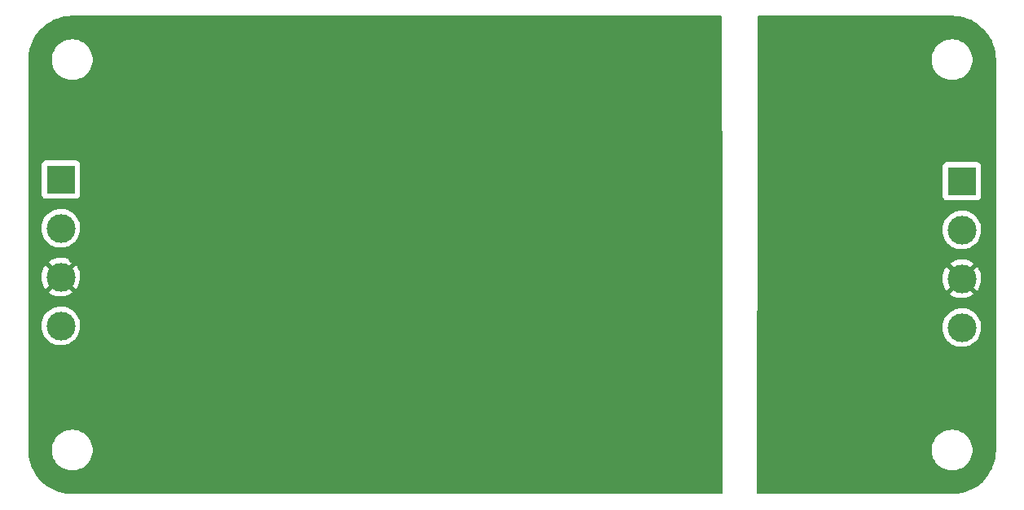
<source format=gbr>
%TF.GenerationSoftware,KiCad,Pcbnew,(6.0.0)*%
%TF.CreationDate,2022-09-01T11:08:40-05:00*%
%TF.ProjectId,Power-Board,506f7765-722d-4426-9f61-72642e6b6963,rev?*%
%TF.SameCoordinates,Original*%
%TF.FileFunction,Copper,L2,Bot*%
%TF.FilePolarity,Positive*%
%FSLAX46Y46*%
G04 Gerber Fmt 4.6, Leading zero omitted, Abs format (unit mm)*
G04 Created by KiCad (PCBNEW (6.0.0)) date 2022-09-01 11:08:40*
%MOMM*%
%LPD*%
G01*
G04 APERTURE LIST*
%TA.AperFunction,ComponentPad*%
%ADD10R,3.000000X3.000000*%
%TD*%
%TA.AperFunction,ComponentPad*%
%ADD11C,3.000000*%
%TD*%
%TA.AperFunction,ViaPad*%
%ADD12C,0.800000*%
%TD*%
G04 APERTURE END LIST*
D10*
%TO.P,J2,1,Pin_1*%
%TO.N,Net-(C13-Pad1)*%
X97536000Y-17729200D03*
D11*
%TO.P,J2,2,Pin_2*%
%TO.N,Net-(C14-Pad1)*%
X97536000Y-22809200D03*
%TO.P,J2,3,Pin_3*%
%TO.N,GNDA*%
X97536000Y-27889200D03*
%TO.P,J2,4,Pin_4*%
%TO.N,Net-(C15-Pad1)*%
X97536000Y-32969200D03*
%TD*%
D10*
%TO.P,J1,1,Pin_1*%
%TO.N,Net-(C1-Pad1)*%
X3892200Y-17551400D03*
D11*
%TO.P,J1,2,Pin_2*%
X3892200Y-22631400D03*
%TO.P,J1,3,Pin_3*%
%TO.N,GNDPWR*%
X3892200Y-27711400D03*
%TO.P,J1,4,Pin_4*%
%TO.N,Net-(C3-Pad2)*%
X3892200Y-32791400D03*
%TD*%
D12*
%TO.N,GNDPWR*%
X30530800Y-46177200D03*
X30530800Y-15697200D03*
X25450800Y-36017200D03*
X25450800Y-15697200D03*
X35610800Y-30937200D03*
X10210800Y-36017200D03*
X40690800Y-46177200D03*
X71170800Y-36017200D03*
X66090800Y-20777200D03*
X20370800Y-25857200D03*
X40690800Y-30937200D03*
X15290800Y-41097200D03*
X15290800Y-25857200D03*
X25450800Y-46177200D03*
X15290800Y-46177200D03*
X20370800Y-30937200D03*
X55930800Y-5537200D03*
X20370800Y-46177200D03*
X35610800Y-15697200D03*
X30530800Y-30937200D03*
X10210800Y-5537200D03*
X10210800Y-46177200D03*
X25450800Y-5537200D03*
X66090800Y-36017200D03*
X71170800Y-46177200D03*
X10210800Y-15697200D03*
X5130800Y-36017200D03*
X20370800Y-5537200D03*
X61010800Y-5537200D03*
X5130800Y-41097200D03*
X71170800Y-15697200D03*
X25450800Y-30937200D03*
X40690800Y-25857200D03*
X20370800Y-36017200D03*
X50850800Y-5537200D03*
X45770800Y-46177200D03*
X71170800Y-5537200D03*
X15290800Y-30937200D03*
X10210800Y-41097200D03*
X10210800Y-30937200D03*
X25450800Y-20777200D03*
X66090800Y-46177200D03*
X50850800Y-20777200D03*
X45770800Y-25857200D03*
X45770800Y-5537200D03*
X15290800Y-36017200D03*
X5130800Y-10617200D03*
X35610800Y-5537200D03*
X20370800Y-41097200D03*
X66090800Y-15697200D03*
X71170800Y-20777200D03*
X15290800Y-10617200D03*
X66090800Y-30937200D03*
X45770800Y-15697200D03*
X5130800Y-25857200D03*
X50850800Y-15697200D03*
X15290800Y-15697200D03*
X15290800Y-5537200D03*
X25450800Y-41097200D03*
X66090800Y-5537200D03*
X71170800Y-30937200D03*
X35610800Y-46177200D03*
X10210800Y-25857200D03*
X10210800Y-10617200D03*
X40690800Y-41097200D03*
X40690800Y-15697200D03*
X50850800Y-25857200D03*
X30530800Y-5537200D03*
X45770800Y-20777200D03*
X45770800Y-30937200D03*
%TO.N,GNDA*%
X80568800Y-35458400D03*
X85648800Y-10058400D03*
X90728800Y-35458400D03*
X90728800Y-30378400D03*
X85648800Y-20218400D03*
X80568800Y-40538400D03*
X90728800Y-25298400D03*
X85648800Y-45618400D03*
X90728800Y-20218400D03*
X85648800Y-25298400D03*
X90728800Y-15138400D03*
X85648800Y-35458400D03*
X90728800Y-40538400D03*
X90728800Y-10058400D03*
X90728800Y-45618400D03*
X85648800Y-4978400D03*
X80568800Y-20218400D03*
X80568800Y-45618400D03*
X80568800Y-4978400D03*
X80568800Y-30378400D03*
X80568800Y-15138400D03*
X85648800Y-40538400D03*
X90728800Y-4978400D03*
X85648800Y-30378400D03*
%TD*%
%TA.AperFunction,Conductor*%
%TO.N,GNDPWR*%
G36*
X72536688Y-528002D02*
G01*
X72583181Y-581658D01*
X72594567Y-633748D01*
X72641502Y-24124410D01*
X72693471Y-50134557D01*
X72693533Y-50165748D01*
X72673667Y-50233909D01*
X72620104Y-50280509D01*
X72567533Y-50292000D01*
X5129328Y-50292000D01*
X5109943Y-50290500D01*
X5095142Y-50288195D01*
X5095139Y-50288195D01*
X5086270Y-50286814D01*
X5065842Y-50289485D01*
X5044017Y-50290429D01*
X4687019Y-50274842D01*
X4676070Y-50273884D01*
X4291535Y-50223259D01*
X4280709Y-50221350D01*
X3902049Y-50137402D01*
X3891432Y-50134557D01*
X3721007Y-50080823D01*
X3521527Y-50017927D01*
X3511213Y-50014174D01*
X3152857Y-49865738D01*
X3142913Y-49861100D01*
X2798882Y-49682009D01*
X2789363Y-49676514D01*
X2462246Y-49468117D01*
X2453242Y-49461812D01*
X2145542Y-49225705D01*
X2137122Y-49218640D01*
X2035913Y-49125900D01*
X1851160Y-48956605D01*
X1843391Y-48948836D01*
X1581360Y-48662878D01*
X1574295Y-48654458D01*
X1338188Y-48346758D01*
X1331883Y-48337754D01*
X1123486Y-48010637D01*
X1117990Y-48001117D01*
X938900Y-47657087D01*
X934258Y-47647134D01*
X883788Y-47525287D01*
X785826Y-47288787D01*
X782070Y-47278465D01*
X665443Y-46908568D01*
X662598Y-46897951D01*
X578650Y-46519291D01*
X576741Y-46508465D01*
X526116Y-46123930D01*
X525158Y-46112980D01*
X513794Y-45852703D01*
X2970743Y-45852703D01*
X3008268Y-46137734D01*
X3084129Y-46415036D01*
X3196923Y-46679476D01*
X3208693Y-46699142D01*
X3334032Y-46908568D01*
X3344561Y-46926161D01*
X3524313Y-47150528D01*
X3732851Y-47348423D01*
X3966317Y-47516186D01*
X3970112Y-47518195D01*
X3970113Y-47518196D01*
X3991869Y-47529715D01*
X4220392Y-47650712D01*
X4490373Y-47749511D01*
X4771264Y-47810755D01*
X4799841Y-47813004D01*
X4994282Y-47828307D01*
X4994291Y-47828307D01*
X4996739Y-47828500D01*
X5152271Y-47828500D01*
X5154407Y-47828354D01*
X5154418Y-47828354D01*
X5362548Y-47814165D01*
X5362554Y-47814164D01*
X5366825Y-47813873D01*
X5371020Y-47813004D01*
X5371022Y-47813004D01*
X5507583Y-47784724D01*
X5648342Y-47755574D01*
X5919343Y-47659607D01*
X6174812Y-47527750D01*
X6178313Y-47525289D01*
X6178317Y-47525287D01*
X6292417Y-47445096D01*
X6410023Y-47362441D01*
X6620622Y-47166740D01*
X6802713Y-46944268D01*
X6952927Y-46699142D01*
X7068483Y-46435898D01*
X7147244Y-46159406D01*
X7187751Y-45874784D01*
X7187845Y-45856951D01*
X7189235Y-45591583D01*
X7189235Y-45591576D01*
X7189257Y-45587297D01*
X7151732Y-45302266D01*
X7075871Y-45024964D01*
X6963077Y-44760524D01*
X6815439Y-44513839D01*
X6635687Y-44289472D01*
X6427149Y-44091577D01*
X6193683Y-43923814D01*
X6171843Y-43912250D01*
X6148654Y-43899972D01*
X5939608Y-43789288D01*
X5669627Y-43690489D01*
X5388736Y-43629245D01*
X5357685Y-43626801D01*
X5165718Y-43611693D01*
X5165709Y-43611693D01*
X5163261Y-43611500D01*
X5007729Y-43611500D01*
X5005593Y-43611646D01*
X5005582Y-43611646D01*
X4797452Y-43625835D01*
X4797446Y-43625836D01*
X4793175Y-43626127D01*
X4788980Y-43626996D01*
X4788978Y-43626996D01*
X4652416Y-43655277D01*
X4511658Y-43684426D01*
X4240657Y-43780393D01*
X3985188Y-43912250D01*
X3981687Y-43914711D01*
X3981683Y-43914713D01*
X3971594Y-43921804D01*
X3749977Y-44077559D01*
X3539378Y-44273260D01*
X3357287Y-44495732D01*
X3207073Y-44740858D01*
X3091517Y-45004102D01*
X3012756Y-45280594D01*
X2972249Y-45565216D01*
X2972227Y-45569505D01*
X2972226Y-45569512D01*
X2970765Y-45848417D01*
X2970743Y-45852703D01*
X513794Y-45852703D01*
X509896Y-45763416D01*
X511276Y-45738537D01*
X511805Y-45735142D01*
X511805Y-45735141D01*
X513186Y-45726270D01*
X509064Y-45694748D01*
X508000Y-45678411D01*
X508000Y-32770318D01*
X1879117Y-32770318D01*
X1894882Y-33043720D01*
X1895707Y-33047925D01*
X1895708Y-33047933D01*
X1906327Y-33102057D01*
X1947605Y-33312453D01*
X1948992Y-33316503D01*
X1948993Y-33316508D01*
X1969805Y-33377295D01*
X2036312Y-33571544D01*
X2159360Y-33816199D01*
X2161786Y-33819728D01*
X2161789Y-33819734D01*
X2312043Y-34038353D01*
X2314474Y-34041890D01*
X2498782Y-34244443D01*
X2708875Y-34420107D01*
X2712516Y-34422391D01*
X2937224Y-34563351D01*
X2937228Y-34563353D01*
X2940864Y-34565634D01*
X3008744Y-34596283D01*
X3186545Y-34676564D01*
X3186549Y-34676566D01*
X3190457Y-34678330D01*
X3194577Y-34679550D01*
X3194576Y-34679550D01*
X3448923Y-34754891D01*
X3448927Y-34754892D01*
X3453036Y-34756109D01*
X3457270Y-34756757D01*
X3457275Y-34756758D01*
X3719498Y-34796883D01*
X3719500Y-34796883D01*
X3723740Y-34797532D01*
X3863112Y-34799722D01*
X3993271Y-34801767D01*
X3993277Y-34801767D01*
X3997562Y-34801834D01*
X4269435Y-34768934D01*
X4534327Y-34699441D01*
X4538287Y-34697801D01*
X4538292Y-34697799D01*
X4660831Y-34647041D01*
X4787336Y-34594641D01*
X5023782Y-34456473D01*
X5239289Y-34287494D01*
X5281009Y-34244443D01*
X5426886Y-34093909D01*
X5429869Y-34090831D01*
X5432402Y-34087383D01*
X5432406Y-34087378D01*
X5589457Y-33873578D01*
X5591995Y-33870123D01*
X5619354Y-33819734D01*
X5720618Y-33633230D01*
X5720619Y-33633228D01*
X5722668Y-33629454D01*
X5819469Y-33373277D01*
X5880607Y-33106333D01*
X5904951Y-32833561D01*
X5905393Y-32791400D01*
X5886767Y-32518178D01*
X5831232Y-32250012D01*
X5739817Y-31991865D01*
X5614213Y-31748512D01*
X5604240Y-31734321D01*
X5459208Y-31527962D01*
X5456745Y-31524457D01*
X5270325Y-31323845D01*
X5267010Y-31321131D01*
X5267006Y-31321128D01*
X5061723Y-31153106D01*
X5058405Y-31150390D01*
X4824904Y-31007301D01*
X4820968Y-31005573D01*
X4578073Y-30898949D01*
X4578069Y-30898948D01*
X4574145Y-30897225D01*
X4310766Y-30822200D01*
X4306524Y-30821596D01*
X4306518Y-30821595D01*
X4106034Y-30793062D01*
X4039643Y-30783613D01*
X3895789Y-30782860D01*
X3770077Y-30782202D01*
X3770071Y-30782202D01*
X3765791Y-30782180D01*
X3761547Y-30782739D01*
X3761543Y-30782739D01*
X3642502Y-30798411D01*
X3494278Y-30817925D01*
X3490138Y-30819058D01*
X3490136Y-30819058D01*
X3417208Y-30839009D01*
X3230128Y-30890188D01*
X3226180Y-30891872D01*
X2982182Y-30995946D01*
X2982178Y-30995948D01*
X2978230Y-30997632D01*
X2958325Y-31009545D01*
X2746925Y-31136064D01*
X2746921Y-31136067D01*
X2743243Y-31138268D01*
X2529518Y-31309494D01*
X2341008Y-31508142D01*
X2181202Y-31730536D01*
X2053057Y-31972561D01*
X2051585Y-31976584D01*
X2051583Y-31976588D01*
X2044514Y-31995906D01*
X1958943Y-32229737D01*
X1900604Y-32497307D01*
X1879117Y-32770318D01*
X508000Y-32770318D01*
X508000Y-29301054D01*
X2667818Y-29301054D01*
X2674873Y-29311027D01*
X2705879Y-29336951D01*
X2712798Y-29341979D01*
X2937472Y-29482915D01*
X2945007Y-29486956D01*
X3186720Y-29596094D01*
X3194751Y-29599080D01*
X3449032Y-29674402D01*
X3457384Y-29676269D01*
X3719540Y-29716384D01*
X3728074Y-29717100D01*
X3993245Y-29721267D01*
X4001796Y-29720818D01*
X4265083Y-29688957D01*
X4273484Y-29687355D01*
X4530024Y-29620053D01*
X4538126Y-29617326D01*
X4783149Y-29515834D01*
X4790817Y-29512028D01*
X5019798Y-29378222D01*
X5026879Y-29373409D01*
X5106855Y-29310701D01*
X5115325Y-29298842D01*
X5108808Y-29287218D01*
X3905012Y-28083422D01*
X3891068Y-28075808D01*
X3889235Y-28075939D01*
X3882620Y-28080190D01*
X2675110Y-29287700D01*
X2667818Y-29301054D01*
X508000Y-29301054D01*
X508000Y-27694604D01*
X1879865Y-27694604D01*
X1895132Y-27959369D01*
X1896205Y-27967870D01*
X1947265Y-28228122D01*
X1949476Y-28236374D01*
X2035384Y-28487294D01*
X2038699Y-28495179D01*
X2157864Y-28732113D01*
X2162220Y-28739479D01*
X2291547Y-28927650D01*
X2301801Y-28935994D01*
X2315542Y-28928848D01*
X3520178Y-27724212D01*
X3526556Y-27712532D01*
X4256608Y-27712532D01*
X4256739Y-27714365D01*
X4260990Y-27720980D01*
X5467930Y-28927920D01*
X5480139Y-28934587D01*
X5491639Y-28925897D01*
X5589031Y-28793313D01*
X5593618Y-28786085D01*
X5720162Y-28553021D01*
X5723730Y-28545227D01*
X5817471Y-28297150D01*
X5819948Y-28288944D01*
X5879154Y-28030438D01*
X5880494Y-28021977D01*
X5904231Y-27756016D01*
X5904477Y-27751077D01*
X5904866Y-27713885D01*
X5904723Y-27708919D01*
X5886562Y-27442523D01*
X5885401Y-27434049D01*
X5831619Y-27174344D01*
X5829320Y-27166109D01*
X5740788Y-26916105D01*
X5737391Y-26908254D01*
X5615750Y-26672578D01*
X5611322Y-26665266D01*
X5492231Y-26495817D01*
X5481709Y-26487437D01*
X5468321Y-26494489D01*
X4264222Y-27698588D01*
X4256608Y-27712532D01*
X3526556Y-27712532D01*
X3527792Y-27710268D01*
X3527661Y-27708435D01*
X3523410Y-27701820D01*
X2316014Y-26494424D01*
X2304004Y-26487866D01*
X2292264Y-26496834D01*
X2184135Y-26647311D01*
X2179618Y-26654596D01*
X2055525Y-26888967D01*
X2052039Y-26896795D01*
X1960900Y-27145846D01*
X1958511Y-27154070D01*
X1902012Y-27413195D01*
X1900763Y-27421650D01*
X1879954Y-27686053D01*
X1879865Y-27694604D01*
X508000Y-27694604D01*
X508000Y-26123900D01*
X2668784Y-26123900D01*
X2675180Y-26135170D01*
X3879388Y-27339378D01*
X3893332Y-27346992D01*
X3895165Y-27346861D01*
X3901780Y-27342610D01*
X5108804Y-26135586D01*
X5115995Y-26122417D01*
X5108673Y-26112180D01*
X5061433Y-26073515D01*
X5054461Y-26068560D01*
X4828322Y-25929982D01*
X4820752Y-25926024D01*
X4577904Y-25819422D01*
X4569844Y-25816520D01*
X4314792Y-25743867D01*
X4306414Y-25742085D01*
X4043856Y-25704718D01*
X4035311Y-25704091D01*
X3770108Y-25702702D01*
X3761574Y-25703239D01*
X3498633Y-25737856D01*
X3490235Y-25739549D01*
X3234438Y-25809527D01*
X3226343Y-25812346D01*
X2982399Y-25916397D01*
X2974777Y-25920281D01*
X2747213Y-26056475D01*
X2740181Y-26061362D01*
X2677253Y-26111777D01*
X2668784Y-26123900D01*
X508000Y-26123900D01*
X508000Y-22610318D01*
X1879117Y-22610318D01*
X1894882Y-22883720D01*
X1895707Y-22887925D01*
X1895708Y-22887933D01*
X1906327Y-22942057D01*
X1947605Y-23152453D01*
X1948992Y-23156503D01*
X1948993Y-23156508D01*
X1969805Y-23217295D01*
X2036312Y-23411544D01*
X2159360Y-23656199D01*
X2161786Y-23659728D01*
X2161789Y-23659734D01*
X2312043Y-23878353D01*
X2314474Y-23881890D01*
X2498782Y-24084443D01*
X2708875Y-24260107D01*
X2712516Y-24262391D01*
X2937224Y-24403351D01*
X2937228Y-24403353D01*
X2940864Y-24405634D01*
X3008744Y-24436283D01*
X3186545Y-24516564D01*
X3186549Y-24516566D01*
X3190457Y-24518330D01*
X3194577Y-24519550D01*
X3194576Y-24519550D01*
X3448923Y-24594891D01*
X3448927Y-24594892D01*
X3453036Y-24596109D01*
X3457270Y-24596757D01*
X3457275Y-24596758D01*
X3719498Y-24636883D01*
X3719500Y-24636883D01*
X3723740Y-24637532D01*
X3863112Y-24639722D01*
X3993271Y-24641767D01*
X3993277Y-24641767D01*
X3997562Y-24641834D01*
X4269435Y-24608934D01*
X4534327Y-24539441D01*
X4538287Y-24537801D01*
X4538292Y-24537799D01*
X4660832Y-24487041D01*
X4787336Y-24434641D01*
X5023782Y-24296473D01*
X5239289Y-24127494D01*
X5281009Y-24084443D01*
X5426886Y-23933909D01*
X5429869Y-23930831D01*
X5432402Y-23927383D01*
X5432406Y-23927378D01*
X5589457Y-23713578D01*
X5591995Y-23710123D01*
X5619354Y-23659734D01*
X5720618Y-23473230D01*
X5720619Y-23473228D01*
X5722668Y-23469454D01*
X5819469Y-23213277D01*
X5880607Y-22946333D01*
X5904951Y-22673561D01*
X5905393Y-22631400D01*
X5886767Y-22358178D01*
X5831232Y-22090012D01*
X5739817Y-21831865D01*
X5614213Y-21588512D01*
X5604240Y-21574321D01*
X5459208Y-21367962D01*
X5456745Y-21364457D01*
X5270325Y-21163845D01*
X5267010Y-21161131D01*
X5267006Y-21161128D01*
X5061723Y-20993106D01*
X5058405Y-20990390D01*
X4824904Y-20847301D01*
X4820968Y-20845573D01*
X4578073Y-20738949D01*
X4578069Y-20738948D01*
X4574145Y-20737225D01*
X4310766Y-20662200D01*
X4306524Y-20661596D01*
X4306518Y-20661595D01*
X4106034Y-20633062D01*
X4039643Y-20623613D01*
X3895789Y-20622860D01*
X3770077Y-20622202D01*
X3770071Y-20622202D01*
X3765791Y-20622180D01*
X3761547Y-20622739D01*
X3761543Y-20622739D01*
X3642502Y-20638411D01*
X3494278Y-20657925D01*
X3490138Y-20659058D01*
X3490136Y-20659058D01*
X3417208Y-20679009D01*
X3230128Y-20730188D01*
X3226180Y-20731872D01*
X2982182Y-20835946D01*
X2982178Y-20835948D01*
X2978230Y-20837632D01*
X2958325Y-20849545D01*
X2746925Y-20976064D01*
X2746921Y-20976067D01*
X2743243Y-20978268D01*
X2529518Y-21149494D01*
X2341008Y-21348142D01*
X2181202Y-21570536D01*
X2053057Y-21812561D01*
X2051585Y-21816584D01*
X2051583Y-21816588D01*
X2044514Y-21835906D01*
X1958943Y-22069737D01*
X1900604Y-22337307D01*
X1879117Y-22610318D01*
X508000Y-22610318D01*
X508000Y-19099534D01*
X1883700Y-19099534D01*
X1890455Y-19161716D01*
X1941585Y-19298105D01*
X2028939Y-19414661D01*
X2145495Y-19502015D01*
X2281884Y-19553145D01*
X2344066Y-19559900D01*
X5440334Y-19559900D01*
X5502516Y-19553145D01*
X5638905Y-19502015D01*
X5755461Y-19414661D01*
X5842815Y-19298105D01*
X5893945Y-19161716D01*
X5900700Y-19099534D01*
X5900700Y-16003266D01*
X5893945Y-15941084D01*
X5842815Y-15804695D01*
X5755461Y-15688139D01*
X5638905Y-15600785D01*
X5502516Y-15549655D01*
X5440334Y-15542900D01*
X2344066Y-15542900D01*
X2281884Y-15549655D01*
X2145495Y-15600785D01*
X2028939Y-15688139D01*
X1941585Y-15804695D01*
X1890455Y-15941084D01*
X1883700Y-16003266D01*
X1883700Y-19099534D01*
X508000Y-19099534D01*
X508000Y-5212703D01*
X2970743Y-5212703D01*
X3008268Y-5497734D01*
X3084129Y-5775036D01*
X3196923Y-6039476D01*
X3344561Y-6286161D01*
X3524313Y-6510528D01*
X3732851Y-6708423D01*
X3966317Y-6876186D01*
X3970112Y-6878195D01*
X3970113Y-6878196D01*
X3991869Y-6889715D01*
X4220392Y-7010712D01*
X4490373Y-7109511D01*
X4771264Y-7170755D01*
X4799841Y-7173004D01*
X4994282Y-7188307D01*
X4994291Y-7188307D01*
X4996739Y-7188500D01*
X5152271Y-7188500D01*
X5154407Y-7188354D01*
X5154418Y-7188354D01*
X5362548Y-7174165D01*
X5362554Y-7174164D01*
X5366825Y-7173873D01*
X5371020Y-7173004D01*
X5371022Y-7173004D01*
X5507584Y-7144723D01*
X5648342Y-7115574D01*
X5919343Y-7019607D01*
X6174812Y-6887750D01*
X6178313Y-6885289D01*
X6178317Y-6885287D01*
X6292418Y-6805095D01*
X6410023Y-6722441D01*
X6620622Y-6526740D01*
X6802713Y-6304268D01*
X6952927Y-6059142D01*
X7068483Y-5795898D01*
X7147244Y-5519406D01*
X7187751Y-5234784D01*
X7187845Y-5216951D01*
X7189235Y-4951583D01*
X7189235Y-4951576D01*
X7189257Y-4947297D01*
X7151732Y-4662266D01*
X7075871Y-4384964D01*
X6963077Y-4120524D01*
X6888527Y-3995960D01*
X6817643Y-3877521D01*
X6817640Y-3877517D01*
X6815439Y-3873839D01*
X6635687Y-3649472D01*
X6427149Y-3451577D01*
X6193683Y-3283814D01*
X6171843Y-3272250D01*
X6148654Y-3259972D01*
X5939608Y-3149288D01*
X5669627Y-3050489D01*
X5388736Y-2989245D01*
X5357685Y-2986801D01*
X5165718Y-2971693D01*
X5165709Y-2971693D01*
X5163261Y-2971500D01*
X5007729Y-2971500D01*
X5005593Y-2971646D01*
X5005582Y-2971646D01*
X4797452Y-2985835D01*
X4797446Y-2985836D01*
X4793175Y-2986127D01*
X4788980Y-2986996D01*
X4788978Y-2986996D01*
X4652417Y-3015276D01*
X4511658Y-3044426D01*
X4240657Y-3140393D01*
X3985188Y-3272250D01*
X3981687Y-3274711D01*
X3981683Y-3274713D01*
X3867582Y-3354905D01*
X3749977Y-3437559D01*
X3539378Y-3633260D01*
X3357287Y-3855732D01*
X3207073Y-4100858D01*
X3091517Y-4364102D01*
X3012756Y-4640594D01*
X2972249Y-4925216D01*
X2972227Y-4929505D01*
X2972226Y-4929512D01*
X2970765Y-5208417D01*
X2970743Y-5212703D01*
X508000Y-5212703D01*
X508000Y-5129328D01*
X509500Y-5109943D01*
X511805Y-5095142D01*
X511805Y-5095139D01*
X513186Y-5086270D01*
X510515Y-5065842D01*
X509571Y-5044013D01*
X513980Y-4943049D01*
X525158Y-4687019D01*
X526116Y-4676070D01*
X576741Y-4291535D01*
X578650Y-4280709D01*
X662598Y-3902049D01*
X665443Y-3891432D01*
X782070Y-3521535D01*
X785829Y-3511206D01*
X934262Y-3152857D01*
X938904Y-3142904D01*
X940212Y-3140393D01*
X1117991Y-2798882D01*
X1123486Y-2789363D01*
X1331883Y-2462246D01*
X1338188Y-2453242D01*
X1574295Y-2145542D01*
X1581360Y-2137122D01*
X1843391Y-1851164D01*
X1851164Y-1843391D01*
X1906241Y-1792923D01*
X2137122Y-1581360D01*
X2145542Y-1574295D01*
X2453242Y-1338188D01*
X2462246Y-1331883D01*
X2789363Y-1123486D01*
X2798883Y-1117990D01*
X3142913Y-938900D01*
X3152857Y-934262D01*
X3511213Y-785826D01*
X3521527Y-782073D01*
X3721007Y-719177D01*
X3891432Y-665443D01*
X3902049Y-662598D01*
X4280709Y-578650D01*
X4291535Y-576741D01*
X4483802Y-551429D01*
X4676071Y-526116D01*
X4687019Y-525158D01*
X5036584Y-509896D01*
X5061460Y-511276D01*
X5063316Y-511565D01*
X5064858Y-511805D01*
X5064859Y-511805D01*
X5073730Y-513186D01*
X5105252Y-509064D01*
X5121589Y-508000D01*
X72468567Y-508000D01*
X72536688Y-528002D01*
G37*
%TD.AperFunction*%
%TD*%
%TA.AperFunction,Conductor*%
%TO.N,GNDA*%
G36*
X96490057Y-509500D02*
G01*
X96504858Y-511805D01*
X96504861Y-511805D01*
X96513730Y-513186D01*
X96534158Y-510515D01*
X96555983Y-509571D01*
X96912981Y-525158D01*
X96923930Y-526116D01*
X97308465Y-576741D01*
X97319291Y-578650D01*
X97697951Y-662598D01*
X97708568Y-665443D01*
X97878993Y-719177D01*
X98078473Y-782073D01*
X98088787Y-785826D01*
X98447143Y-934262D01*
X98457087Y-938900D01*
X98801117Y-1117990D01*
X98810637Y-1123486D01*
X99137754Y-1331883D01*
X99146758Y-1338188D01*
X99454458Y-1574295D01*
X99462878Y-1581360D01*
X99693760Y-1792923D01*
X99748836Y-1843391D01*
X99756609Y-1851164D01*
X100018640Y-2137122D01*
X100025705Y-2145542D01*
X100261812Y-2453242D01*
X100268117Y-2462246D01*
X100476514Y-2789363D01*
X100482009Y-2798882D01*
X100659789Y-3140393D01*
X100661096Y-3142904D01*
X100665738Y-3152857D01*
X100814171Y-3511206D01*
X100817930Y-3521535D01*
X100934557Y-3891432D01*
X100937402Y-3902049D01*
X101021350Y-4280709D01*
X101023259Y-4291535D01*
X101073884Y-4676070D01*
X101074842Y-4687020D01*
X101090104Y-5036584D01*
X101088724Y-5061460D01*
X101086814Y-5073730D01*
X101089274Y-5092539D01*
X101090936Y-5105251D01*
X101092000Y-5121589D01*
X101092000Y-45670672D01*
X101090500Y-45690056D01*
X101086814Y-45713730D01*
X101089485Y-45734158D01*
X101090429Y-45755983D01*
X101085242Y-45874784D01*
X101074842Y-46112980D01*
X101073884Y-46123930D01*
X101023259Y-46508465D01*
X101021350Y-46519291D01*
X100937402Y-46897951D01*
X100934557Y-46908568D01*
X100817930Y-47278465D01*
X100814174Y-47288787D01*
X100716213Y-47525287D01*
X100665742Y-47647134D01*
X100661100Y-47657087D01*
X100482010Y-48001117D01*
X100476514Y-48010637D01*
X100268117Y-48337754D01*
X100261812Y-48346758D01*
X100025705Y-48654458D01*
X100018640Y-48662878D01*
X99756609Y-48948836D01*
X99748840Y-48956605D01*
X99564087Y-49125900D01*
X99462878Y-49218640D01*
X99454458Y-49225705D01*
X99146758Y-49461812D01*
X99137754Y-49468117D01*
X98810637Y-49676514D01*
X98801118Y-49682009D01*
X98457087Y-49861100D01*
X98447143Y-49865738D01*
X98088787Y-50014174D01*
X98078473Y-50017927D01*
X97878993Y-50080823D01*
X97708568Y-50134557D01*
X97697951Y-50137402D01*
X97319291Y-50221350D01*
X97308464Y-50223259D01*
X96938256Y-50271998D01*
X96923930Y-50273884D01*
X96912981Y-50274842D01*
X96563416Y-50290104D01*
X96538540Y-50288724D01*
X96536684Y-50288435D01*
X96535142Y-50288195D01*
X96535141Y-50288195D01*
X96526270Y-50286814D01*
X96496936Y-50290650D01*
X96494749Y-50290936D01*
X96478411Y-50292000D01*
X76377434Y-50292000D01*
X76309313Y-50271998D01*
X76262820Y-50218342D01*
X76251434Y-50165874D01*
X76255747Y-45852703D01*
X94410743Y-45852703D01*
X94448268Y-46137734D01*
X94524129Y-46415036D01*
X94636923Y-46679476D01*
X94648693Y-46699142D01*
X94774032Y-46908568D01*
X94784561Y-46926161D01*
X94964313Y-47150528D01*
X95172851Y-47348423D01*
X95406317Y-47516186D01*
X95410112Y-47518195D01*
X95410113Y-47518196D01*
X95431869Y-47529715D01*
X95660392Y-47650712D01*
X95930373Y-47749511D01*
X96211264Y-47810755D01*
X96239841Y-47813004D01*
X96434282Y-47828307D01*
X96434291Y-47828307D01*
X96436739Y-47828500D01*
X96592271Y-47828500D01*
X96594407Y-47828354D01*
X96594418Y-47828354D01*
X96802548Y-47814165D01*
X96802554Y-47814164D01*
X96806825Y-47813873D01*
X96811020Y-47813004D01*
X96811022Y-47813004D01*
X96947583Y-47784724D01*
X97088342Y-47755574D01*
X97359343Y-47659607D01*
X97614812Y-47527750D01*
X97618313Y-47525289D01*
X97618317Y-47525287D01*
X97732417Y-47445096D01*
X97850023Y-47362441D01*
X98060622Y-47166740D01*
X98242713Y-46944268D01*
X98392927Y-46699142D01*
X98508483Y-46435898D01*
X98587244Y-46159406D01*
X98627751Y-45874784D01*
X98627845Y-45856951D01*
X98629235Y-45591583D01*
X98629235Y-45591576D01*
X98629257Y-45587297D01*
X98591732Y-45302266D01*
X98515871Y-45024964D01*
X98403077Y-44760524D01*
X98255439Y-44513839D01*
X98075687Y-44289472D01*
X97867149Y-44091577D01*
X97633683Y-43923814D01*
X97611843Y-43912250D01*
X97588654Y-43899972D01*
X97379608Y-43789288D01*
X97109627Y-43690489D01*
X96828736Y-43629245D01*
X96797685Y-43626801D01*
X96605718Y-43611693D01*
X96605709Y-43611693D01*
X96603261Y-43611500D01*
X96447729Y-43611500D01*
X96445593Y-43611646D01*
X96445582Y-43611646D01*
X96237452Y-43625835D01*
X96237446Y-43625836D01*
X96233175Y-43626127D01*
X96228980Y-43626996D01*
X96228978Y-43626996D01*
X96092416Y-43655277D01*
X95951658Y-43684426D01*
X95680657Y-43780393D01*
X95425188Y-43912250D01*
X95421687Y-43914711D01*
X95421683Y-43914713D01*
X95411594Y-43921804D01*
X95189977Y-44077559D01*
X94979378Y-44273260D01*
X94797287Y-44495732D01*
X94647073Y-44740858D01*
X94531517Y-45004102D01*
X94452756Y-45280594D01*
X94412249Y-45565216D01*
X94412227Y-45569505D01*
X94412226Y-45569512D01*
X94410765Y-45848417D01*
X94410743Y-45852703D01*
X76255747Y-45852703D01*
X76268652Y-32948118D01*
X95522917Y-32948118D01*
X95538682Y-33221520D01*
X95539507Y-33225725D01*
X95539508Y-33225733D01*
X95550127Y-33279857D01*
X95591405Y-33490253D01*
X95592792Y-33494303D01*
X95592793Y-33494308D01*
X95613605Y-33555095D01*
X95680112Y-33749344D01*
X95803160Y-33993999D01*
X95805586Y-33997528D01*
X95805589Y-33997534D01*
X95955843Y-34216153D01*
X95958274Y-34219690D01*
X96142582Y-34422243D01*
X96352675Y-34597907D01*
X96356316Y-34600191D01*
X96581024Y-34741151D01*
X96581028Y-34741153D01*
X96584664Y-34743434D01*
X96652544Y-34774083D01*
X96830345Y-34854364D01*
X96830349Y-34854366D01*
X96834257Y-34856130D01*
X96838377Y-34857350D01*
X96838376Y-34857350D01*
X97092723Y-34932691D01*
X97092727Y-34932692D01*
X97096836Y-34933909D01*
X97101070Y-34934557D01*
X97101075Y-34934558D01*
X97363298Y-34974683D01*
X97363300Y-34974683D01*
X97367540Y-34975332D01*
X97506912Y-34977522D01*
X97637071Y-34979567D01*
X97637077Y-34979567D01*
X97641362Y-34979634D01*
X97913235Y-34946734D01*
X98178127Y-34877241D01*
X98182087Y-34875601D01*
X98182092Y-34875599D01*
X98304632Y-34824841D01*
X98431136Y-34772441D01*
X98667582Y-34634273D01*
X98883089Y-34465294D01*
X98924809Y-34422243D01*
X99070686Y-34271709D01*
X99073669Y-34268631D01*
X99076202Y-34265183D01*
X99076206Y-34265178D01*
X99233257Y-34051378D01*
X99235795Y-34047923D01*
X99263154Y-33997534D01*
X99364418Y-33811030D01*
X99364419Y-33811028D01*
X99366468Y-33807254D01*
X99463269Y-33551077D01*
X99524407Y-33284133D01*
X99548751Y-33011361D01*
X99549193Y-32969200D01*
X99530567Y-32695978D01*
X99475032Y-32427812D01*
X99383617Y-32169665D01*
X99258013Y-31926312D01*
X99248040Y-31912121D01*
X99103008Y-31705762D01*
X99100545Y-31702257D01*
X98914125Y-31501645D01*
X98910810Y-31498931D01*
X98910806Y-31498928D01*
X98705523Y-31330906D01*
X98702205Y-31328190D01*
X98468704Y-31185101D01*
X98464768Y-31183373D01*
X98221873Y-31076749D01*
X98221869Y-31076748D01*
X98217945Y-31075025D01*
X97954566Y-31000000D01*
X97950324Y-30999396D01*
X97950318Y-30999395D01*
X97749834Y-30970862D01*
X97683443Y-30961413D01*
X97539589Y-30960660D01*
X97413877Y-30960002D01*
X97413871Y-30960002D01*
X97409591Y-30959980D01*
X97405347Y-30960539D01*
X97405343Y-30960539D01*
X97286302Y-30976211D01*
X97138078Y-30995725D01*
X97133938Y-30996858D01*
X97133936Y-30996858D01*
X97061008Y-31016809D01*
X96873928Y-31067988D01*
X96869980Y-31069672D01*
X96625982Y-31173746D01*
X96625978Y-31173748D01*
X96622030Y-31175432D01*
X96602125Y-31187345D01*
X96390725Y-31313864D01*
X96390721Y-31313867D01*
X96387043Y-31316068D01*
X96173318Y-31487294D01*
X95984808Y-31685942D01*
X95825002Y-31908336D01*
X95696857Y-32150361D01*
X95695385Y-32154384D01*
X95695383Y-32154388D01*
X95688314Y-32173706D01*
X95602743Y-32407537D01*
X95544404Y-32675107D01*
X95522917Y-32948118D01*
X76268652Y-32948118D01*
X76272121Y-29478854D01*
X96311618Y-29478854D01*
X96318673Y-29488827D01*
X96349679Y-29514751D01*
X96356598Y-29519779D01*
X96581272Y-29660715D01*
X96588807Y-29664756D01*
X96830520Y-29773894D01*
X96838551Y-29776880D01*
X97092832Y-29852202D01*
X97101184Y-29854069D01*
X97363340Y-29894184D01*
X97371874Y-29894900D01*
X97637045Y-29899067D01*
X97645596Y-29898618D01*
X97908883Y-29866757D01*
X97917284Y-29865155D01*
X98173824Y-29797853D01*
X98181926Y-29795126D01*
X98426949Y-29693634D01*
X98434617Y-29689828D01*
X98663598Y-29556022D01*
X98670679Y-29551209D01*
X98750655Y-29488501D01*
X98759125Y-29476642D01*
X98752608Y-29465018D01*
X97548812Y-28261222D01*
X97534868Y-28253608D01*
X97533035Y-28253739D01*
X97526420Y-28257990D01*
X96318910Y-29465500D01*
X96311618Y-29478854D01*
X76272121Y-29478854D01*
X76273728Y-27872404D01*
X95523665Y-27872404D01*
X95538932Y-28137169D01*
X95540005Y-28145670D01*
X95591065Y-28405922D01*
X95593276Y-28414174D01*
X95679184Y-28665094D01*
X95682499Y-28672979D01*
X95801664Y-28909913D01*
X95806020Y-28917279D01*
X95935347Y-29105450D01*
X95945601Y-29113794D01*
X95959342Y-29106648D01*
X97163978Y-27902012D01*
X97170356Y-27890332D01*
X97900408Y-27890332D01*
X97900539Y-27892165D01*
X97904790Y-27898780D01*
X99111730Y-29105720D01*
X99123939Y-29112387D01*
X99135439Y-29103697D01*
X99232831Y-28971113D01*
X99237418Y-28963885D01*
X99363962Y-28730821D01*
X99367530Y-28723027D01*
X99461271Y-28474950D01*
X99463748Y-28466744D01*
X99522954Y-28208238D01*
X99524294Y-28199777D01*
X99548031Y-27933816D01*
X99548277Y-27928877D01*
X99548666Y-27891685D01*
X99548523Y-27886719D01*
X99530362Y-27620323D01*
X99529201Y-27611849D01*
X99475419Y-27352144D01*
X99473120Y-27343909D01*
X99384588Y-27093905D01*
X99381191Y-27086054D01*
X99259550Y-26850378D01*
X99255122Y-26843066D01*
X99136031Y-26673617D01*
X99125509Y-26665237D01*
X99112121Y-26672289D01*
X97908022Y-27876388D01*
X97900408Y-27890332D01*
X97170356Y-27890332D01*
X97171592Y-27888068D01*
X97171461Y-27886235D01*
X97167210Y-27879620D01*
X95959814Y-26672224D01*
X95947804Y-26665666D01*
X95936064Y-26674634D01*
X95827935Y-26825111D01*
X95823418Y-26832396D01*
X95699325Y-27066767D01*
X95695839Y-27074595D01*
X95604700Y-27323646D01*
X95602311Y-27331870D01*
X95545812Y-27590995D01*
X95544563Y-27599450D01*
X95523754Y-27863853D01*
X95523665Y-27872404D01*
X76273728Y-27872404D01*
X76275299Y-26301700D01*
X96312584Y-26301700D01*
X96318980Y-26312970D01*
X97523188Y-27517178D01*
X97537132Y-27524792D01*
X97538965Y-27524661D01*
X97545580Y-27520410D01*
X98752604Y-26313386D01*
X98759795Y-26300217D01*
X98752473Y-26289980D01*
X98705233Y-26251315D01*
X98698261Y-26246360D01*
X98472122Y-26107782D01*
X98464552Y-26103824D01*
X98221704Y-25997222D01*
X98213644Y-25994320D01*
X97958592Y-25921667D01*
X97950214Y-25919885D01*
X97687656Y-25882518D01*
X97679111Y-25881891D01*
X97413908Y-25880502D01*
X97405374Y-25881039D01*
X97142433Y-25915656D01*
X97134035Y-25917349D01*
X96878238Y-25987327D01*
X96870143Y-25990146D01*
X96626199Y-26094197D01*
X96618577Y-26098081D01*
X96391013Y-26234275D01*
X96383981Y-26239162D01*
X96321053Y-26289577D01*
X96312584Y-26301700D01*
X76275299Y-26301700D01*
X76278812Y-22788118D01*
X95522917Y-22788118D01*
X95538682Y-23061520D01*
X95539507Y-23065725D01*
X95539508Y-23065733D01*
X95550127Y-23119857D01*
X95591405Y-23330253D01*
X95592792Y-23334303D01*
X95592793Y-23334308D01*
X95613605Y-23395095D01*
X95680112Y-23589344D01*
X95803160Y-23833999D01*
X95805586Y-23837528D01*
X95805589Y-23837534D01*
X95955843Y-24056153D01*
X95958274Y-24059690D01*
X96142582Y-24262243D01*
X96352675Y-24437907D01*
X96356316Y-24440191D01*
X96581024Y-24581151D01*
X96581028Y-24581153D01*
X96584664Y-24583434D01*
X96652544Y-24614083D01*
X96830345Y-24694364D01*
X96830349Y-24694366D01*
X96834257Y-24696130D01*
X96838377Y-24697350D01*
X96838376Y-24697350D01*
X97092723Y-24772691D01*
X97092727Y-24772692D01*
X97096836Y-24773909D01*
X97101070Y-24774557D01*
X97101075Y-24774558D01*
X97363298Y-24814683D01*
X97363300Y-24814683D01*
X97367540Y-24815332D01*
X97506912Y-24817522D01*
X97637071Y-24819567D01*
X97637077Y-24819567D01*
X97641362Y-24819634D01*
X97913235Y-24786734D01*
X98178127Y-24717241D01*
X98182087Y-24715601D01*
X98182092Y-24715599D01*
X98304632Y-24664841D01*
X98431136Y-24612441D01*
X98667582Y-24474273D01*
X98883089Y-24305294D01*
X98924809Y-24262243D01*
X99070686Y-24111709D01*
X99073669Y-24108631D01*
X99076202Y-24105183D01*
X99076206Y-24105178D01*
X99233257Y-23891378D01*
X99235795Y-23887923D01*
X99263154Y-23837534D01*
X99364418Y-23651030D01*
X99364419Y-23651028D01*
X99366468Y-23647254D01*
X99463269Y-23391077D01*
X99524407Y-23124133D01*
X99548751Y-22851361D01*
X99549193Y-22809200D01*
X99530567Y-22535978D01*
X99475032Y-22267812D01*
X99383617Y-22009665D01*
X99258013Y-21766312D01*
X99248040Y-21752121D01*
X99103008Y-21545762D01*
X99100545Y-21542257D01*
X98914125Y-21341645D01*
X98910810Y-21338931D01*
X98910806Y-21338928D01*
X98705523Y-21170906D01*
X98702205Y-21168190D01*
X98468704Y-21025101D01*
X98464768Y-21023373D01*
X98221873Y-20916749D01*
X98221869Y-20916748D01*
X98217945Y-20915025D01*
X97954566Y-20840000D01*
X97950324Y-20839396D01*
X97950318Y-20839395D01*
X97749834Y-20810862D01*
X97683443Y-20801413D01*
X97539589Y-20800660D01*
X97413877Y-20800002D01*
X97413871Y-20800002D01*
X97409591Y-20799980D01*
X97405347Y-20800539D01*
X97405343Y-20800539D01*
X97286302Y-20816211D01*
X97138078Y-20835725D01*
X97133938Y-20836858D01*
X97133936Y-20836858D01*
X97061008Y-20856809D01*
X96873928Y-20907988D01*
X96869980Y-20909672D01*
X96625982Y-21013746D01*
X96625978Y-21013748D01*
X96622030Y-21015432D01*
X96602125Y-21027345D01*
X96390725Y-21153864D01*
X96390721Y-21153867D01*
X96387043Y-21156068D01*
X96173318Y-21327294D01*
X95984808Y-21525942D01*
X95825002Y-21748336D01*
X95696857Y-21990361D01*
X95695385Y-21994384D01*
X95695383Y-21994388D01*
X95688314Y-22013706D01*
X95602743Y-22247537D01*
X95544404Y-22515107D01*
X95522917Y-22788118D01*
X76278812Y-22788118D01*
X76282323Y-19277334D01*
X95527500Y-19277334D01*
X95534255Y-19339516D01*
X95585385Y-19475905D01*
X95672739Y-19592461D01*
X95789295Y-19679815D01*
X95925684Y-19730945D01*
X95987866Y-19737700D01*
X99084134Y-19737700D01*
X99146316Y-19730945D01*
X99282705Y-19679815D01*
X99399261Y-19592461D01*
X99486615Y-19475905D01*
X99537745Y-19339516D01*
X99544500Y-19277334D01*
X99544500Y-16181066D01*
X99537745Y-16118884D01*
X99486615Y-15982495D01*
X99399261Y-15865939D01*
X99282705Y-15778585D01*
X99146316Y-15727455D01*
X99084134Y-15720700D01*
X95987866Y-15720700D01*
X95925684Y-15727455D01*
X95789295Y-15778585D01*
X95672739Y-15865939D01*
X95585385Y-15982495D01*
X95534255Y-16118884D01*
X95527500Y-16181066D01*
X95527500Y-19277334D01*
X76282323Y-19277334D01*
X76296387Y-5212703D01*
X94410743Y-5212703D01*
X94448268Y-5497734D01*
X94524129Y-5775036D01*
X94636923Y-6039476D01*
X94784561Y-6286161D01*
X94964313Y-6510528D01*
X95172851Y-6708423D01*
X95406317Y-6876186D01*
X95410112Y-6878195D01*
X95410113Y-6878196D01*
X95431869Y-6889715D01*
X95660392Y-7010712D01*
X95930373Y-7109511D01*
X96211264Y-7170755D01*
X96239841Y-7173004D01*
X96434282Y-7188307D01*
X96434291Y-7188307D01*
X96436739Y-7188500D01*
X96592271Y-7188500D01*
X96594407Y-7188354D01*
X96594418Y-7188354D01*
X96802548Y-7174165D01*
X96802554Y-7174164D01*
X96806825Y-7173873D01*
X96811020Y-7173004D01*
X96811022Y-7173004D01*
X96947584Y-7144723D01*
X97088342Y-7115574D01*
X97359343Y-7019607D01*
X97614812Y-6887750D01*
X97618313Y-6885289D01*
X97618317Y-6885287D01*
X97732418Y-6805095D01*
X97850023Y-6722441D01*
X98060622Y-6526740D01*
X98242713Y-6304268D01*
X98392927Y-6059142D01*
X98508483Y-5795898D01*
X98587244Y-5519406D01*
X98627751Y-5234784D01*
X98627845Y-5216951D01*
X98629235Y-4951583D01*
X98629235Y-4951576D01*
X98629257Y-4947297D01*
X98591732Y-4662266D01*
X98515871Y-4384964D01*
X98403077Y-4120524D01*
X98328527Y-3995960D01*
X98257643Y-3877521D01*
X98257640Y-3877517D01*
X98255439Y-3873839D01*
X98075687Y-3649472D01*
X97867149Y-3451577D01*
X97633683Y-3283814D01*
X97611843Y-3272250D01*
X97588654Y-3259972D01*
X97379608Y-3149288D01*
X97109627Y-3050489D01*
X96828736Y-2989245D01*
X96797685Y-2986801D01*
X96605718Y-2971693D01*
X96605709Y-2971693D01*
X96603261Y-2971500D01*
X96447729Y-2971500D01*
X96445593Y-2971646D01*
X96445582Y-2971646D01*
X96237452Y-2985835D01*
X96237446Y-2985836D01*
X96233175Y-2986127D01*
X96228980Y-2986996D01*
X96228978Y-2986996D01*
X96092416Y-3015277D01*
X95951658Y-3044426D01*
X95680657Y-3140393D01*
X95425188Y-3272250D01*
X95421687Y-3274711D01*
X95421683Y-3274713D01*
X95307582Y-3354905D01*
X95189977Y-3437559D01*
X94979378Y-3633260D01*
X94797287Y-3855732D01*
X94647073Y-4100858D01*
X94531517Y-4364102D01*
X94452756Y-4640594D01*
X94412249Y-4925216D01*
X94412227Y-4929505D01*
X94412226Y-4929512D01*
X94410765Y-5208417D01*
X94410743Y-5212703D01*
X76296387Y-5212703D01*
X76300966Y-633874D01*
X76321036Y-565773D01*
X76374738Y-519334D01*
X76426966Y-508000D01*
X96470672Y-508000D01*
X96490057Y-509500D01*
G37*
%TD.AperFunction*%
%TD*%
M02*

</source>
